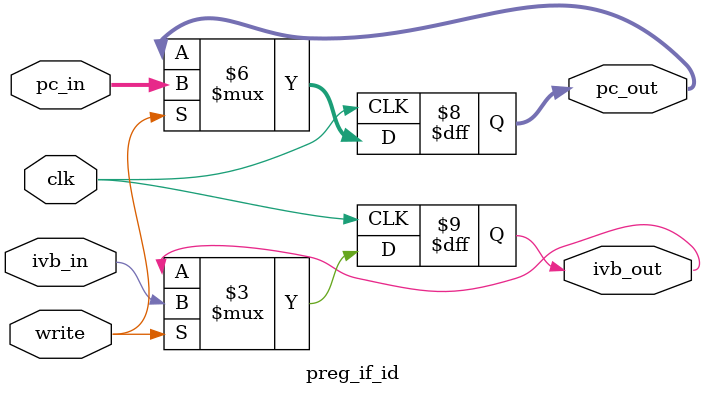
<source format=sv>
`timescale 1ns / 1ps

module preg_if_id(
    input clk,
    input write,
    input [31:0] pc_in,
    input ivb_in,
    output reg [31:0] pc_out,
    output reg ivb_out
    );
    
    always @ (posedge clk) begin
        if (write) begin
            pc_out = pc_in; // PC will not match up with instr if not -4
            ivb_out = ivb_in;
        end
    end
    
endmodule

</source>
